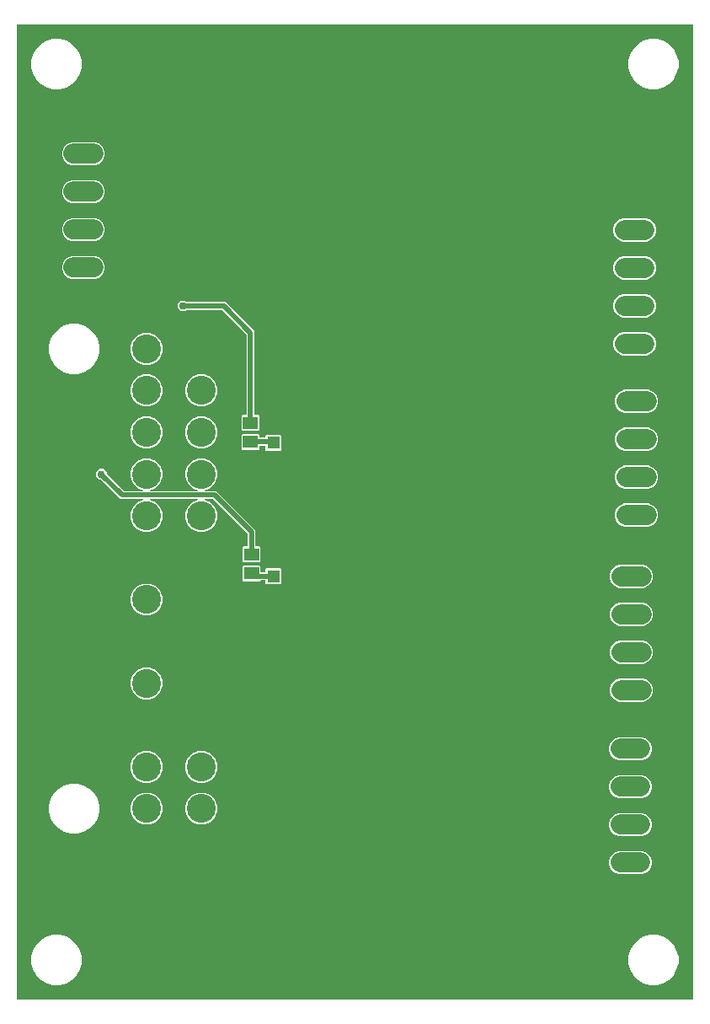
<source format=gbr>
G04 EAGLE Gerber RS-274X export*
G75*
%MOMM*%
%FSLAX34Y34*%
%LPD*%
%INTop Copper*%
%IPPOS*%
%AMOC8*
5,1,8,0,0,1.08239X$1,22.5*%
G01*
%ADD10C,2.900000*%
%ADD11R,1.300000X1.300000*%
%ADD12R,1.500000X1.300000*%
%ADD13C,2.000000*%
%ADD14C,0.756400*%
%ADD15C,0.508000*%

G36*
X689348Y10162D02*
X689348Y10162D01*
X689357Y10161D01*
X689445Y10182D01*
X689535Y10200D01*
X689542Y10205D01*
X689550Y10207D01*
X689623Y10261D01*
X689699Y10313D01*
X689703Y10320D01*
X689710Y10325D01*
X689757Y10403D01*
X689806Y10480D01*
X689807Y10489D01*
X689812Y10496D01*
X689839Y10660D01*
X689839Y989340D01*
X689838Y989348D01*
X689839Y989357D01*
X689818Y989445D01*
X689800Y989535D01*
X689795Y989542D01*
X689793Y989550D01*
X689739Y989623D01*
X689687Y989699D01*
X689680Y989703D01*
X689675Y989710D01*
X689597Y989757D01*
X689520Y989806D01*
X689511Y989807D01*
X689504Y989812D01*
X689340Y989839D01*
X10660Y989839D01*
X10652Y989838D01*
X10643Y989839D01*
X10555Y989818D01*
X10465Y989800D01*
X10458Y989795D01*
X10450Y989793D01*
X10377Y989739D01*
X10301Y989687D01*
X10297Y989680D01*
X10290Y989675D01*
X10243Y989597D01*
X10194Y989520D01*
X10193Y989511D01*
X10188Y989504D01*
X10161Y989340D01*
X10161Y10660D01*
X10162Y10652D01*
X10161Y10643D01*
X10182Y10555D01*
X10200Y10465D01*
X10205Y10458D01*
X10207Y10450D01*
X10261Y10377D01*
X10313Y10301D01*
X10320Y10297D01*
X10325Y10290D01*
X10403Y10243D01*
X10480Y10194D01*
X10489Y10193D01*
X10496Y10188D01*
X10660Y10161D01*
X689340Y10161D01*
X689348Y10162D01*
G37*
%LPC*%
G36*
X237868Y449475D02*
X237868Y449475D01*
X236975Y450368D01*
X236975Y464632D01*
X237868Y465525D01*
X241436Y465525D01*
X241444Y465526D01*
X241453Y465525D01*
X241541Y465546D01*
X241631Y465564D01*
X241638Y465569D01*
X241646Y465571D01*
X241719Y465625D01*
X241795Y465677D01*
X241799Y465684D01*
X241806Y465689D01*
X241853Y465767D01*
X241902Y465844D01*
X241903Y465853D01*
X241908Y465860D01*
X241935Y466024D01*
X241935Y478110D01*
X241933Y478122D01*
X241935Y478134D01*
X241913Y478219D01*
X241896Y478304D01*
X241889Y478315D01*
X241885Y478327D01*
X241789Y478463D01*
X207463Y512789D01*
X207452Y512796D01*
X207445Y512806D01*
X207370Y512851D01*
X207297Y512899D01*
X207284Y512901D01*
X207274Y512908D01*
X207110Y512935D01*
X199099Y512935D01*
X199097Y512935D01*
X199095Y512935D01*
X199001Y512915D01*
X198904Y512896D01*
X198903Y512894D01*
X198900Y512894D01*
X198820Y512838D01*
X198740Y512783D01*
X198739Y512781D01*
X198737Y512780D01*
X198685Y512697D01*
X198633Y512616D01*
X198633Y512613D01*
X198632Y512612D01*
X198616Y512516D01*
X198600Y512419D01*
X198601Y512417D01*
X198600Y512415D01*
X198624Y512321D01*
X198646Y512226D01*
X198647Y512224D01*
X198648Y512222D01*
X198707Y512143D01*
X198764Y512066D01*
X198766Y512065D01*
X198767Y512063D01*
X198908Y511975D01*
X204677Y509585D01*
X209185Y505077D01*
X211625Y499188D01*
X211625Y492812D01*
X209185Y486923D01*
X204677Y482415D01*
X198788Y479975D01*
X192412Y479975D01*
X186523Y482415D01*
X182015Y486923D01*
X179575Y492812D01*
X179575Y499188D01*
X182015Y505077D01*
X186523Y509585D01*
X192292Y511975D01*
X192294Y511976D01*
X192296Y511976D01*
X192376Y512031D01*
X192457Y512086D01*
X192458Y512088D01*
X192460Y512089D01*
X192512Y512170D01*
X192565Y512253D01*
X192566Y512255D01*
X192567Y512256D01*
X192583Y512352D01*
X192600Y512448D01*
X192599Y512450D01*
X192600Y512453D01*
X192578Y512546D01*
X192556Y512642D01*
X192554Y512644D01*
X192554Y512646D01*
X192497Y512723D01*
X192439Y512803D01*
X192437Y512804D01*
X192436Y512806D01*
X192353Y512855D01*
X192269Y512906D01*
X192267Y512906D01*
X192265Y512908D01*
X192101Y512935D01*
X144099Y512935D01*
X144097Y512935D01*
X144095Y512935D01*
X144001Y512915D01*
X143904Y512896D01*
X143903Y512894D01*
X143900Y512894D01*
X143820Y512838D01*
X143740Y512783D01*
X143739Y512781D01*
X143737Y512780D01*
X143685Y512697D01*
X143633Y512616D01*
X143633Y512613D01*
X143632Y512612D01*
X143616Y512516D01*
X143600Y512419D01*
X143601Y512417D01*
X143600Y512415D01*
X143624Y512321D01*
X143646Y512226D01*
X143647Y512224D01*
X143648Y512222D01*
X143707Y512143D01*
X143764Y512066D01*
X143766Y512065D01*
X143767Y512063D01*
X143908Y511975D01*
X149677Y509585D01*
X154185Y505077D01*
X156625Y499188D01*
X156625Y492812D01*
X154185Y486923D01*
X149677Y482415D01*
X143788Y479975D01*
X137412Y479975D01*
X131523Y482415D01*
X127015Y486923D01*
X124575Y492812D01*
X124575Y499188D01*
X127015Y505077D01*
X131523Y509585D01*
X137292Y511975D01*
X137294Y511976D01*
X137296Y511976D01*
X137376Y512031D01*
X137457Y512086D01*
X137458Y512088D01*
X137460Y512089D01*
X137512Y512170D01*
X137565Y512253D01*
X137566Y512255D01*
X137567Y512256D01*
X137583Y512352D01*
X137600Y512448D01*
X137599Y512450D01*
X137600Y512453D01*
X137578Y512546D01*
X137556Y512642D01*
X137554Y512644D01*
X137554Y512646D01*
X137497Y512723D01*
X137439Y512803D01*
X137437Y512804D01*
X137436Y512806D01*
X137353Y512855D01*
X137269Y512906D01*
X137267Y512906D01*
X137265Y512908D01*
X137101Y512935D01*
X114316Y512935D01*
X94705Y532547D01*
X94694Y532554D01*
X94687Y532564D01*
X94612Y532609D01*
X94539Y532657D01*
X94526Y532659D01*
X94516Y532666D01*
X94352Y532693D01*
X92802Y532693D01*
X89693Y535802D01*
X89693Y540198D01*
X92802Y543307D01*
X97198Y543307D01*
X100307Y540198D01*
X100307Y538648D01*
X100309Y538636D01*
X100307Y538624D01*
X100329Y538539D01*
X100346Y538454D01*
X100353Y538443D01*
X100357Y538431D01*
X100453Y538295D01*
X117537Y521211D01*
X117548Y521204D01*
X117555Y521194D01*
X117630Y521149D01*
X117703Y521101D01*
X117716Y521099D01*
X117726Y521092D01*
X117890Y521065D01*
X137101Y521065D01*
X137103Y521065D01*
X137105Y521065D01*
X137199Y521085D01*
X137296Y521104D01*
X137297Y521106D01*
X137300Y521106D01*
X137380Y521162D01*
X137460Y521217D01*
X137461Y521219D01*
X137463Y521220D01*
X137515Y521303D01*
X137567Y521384D01*
X137567Y521387D01*
X137568Y521388D01*
X137584Y521484D01*
X137600Y521581D01*
X137599Y521583D01*
X137600Y521585D01*
X137576Y521679D01*
X137554Y521774D01*
X137553Y521776D01*
X137552Y521778D01*
X137493Y521857D01*
X137436Y521934D01*
X137434Y521935D01*
X137433Y521937D01*
X137292Y522025D01*
X131523Y524415D01*
X127015Y528923D01*
X124575Y534812D01*
X124575Y541188D01*
X127015Y547077D01*
X131523Y551585D01*
X137412Y554025D01*
X143788Y554025D01*
X149677Y551585D01*
X154185Y547077D01*
X156625Y541188D01*
X156625Y534812D01*
X154185Y528923D01*
X149677Y524415D01*
X143908Y522025D01*
X143906Y522024D01*
X143904Y522024D01*
X143824Y521969D01*
X143743Y521914D01*
X143742Y521912D01*
X143740Y521911D01*
X143688Y521830D01*
X143635Y521747D01*
X143634Y521745D01*
X143633Y521744D01*
X143617Y521648D01*
X143600Y521552D01*
X143601Y521550D01*
X143600Y521547D01*
X143622Y521454D01*
X143644Y521358D01*
X143646Y521356D01*
X143646Y521354D01*
X143703Y521277D01*
X143761Y521197D01*
X143763Y521196D01*
X143764Y521194D01*
X143847Y521145D01*
X143931Y521094D01*
X143933Y521094D01*
X143935Y521092D01*
X144099Y521065D01*
X192101Y521065D01*
X192103Y521065D01*
X192105Y521065D01*
X192199Y521085D01*
X192296Y521104D01*
X192297Y521106D01*
X192300Y521106D01*
X192380Y521162D01*
X192460Y521217D01*
X192461Y521219D01*
X192463Y521220D01*
X192515Y521303D01*
X192567Y521384D01*
X192567Y521387D01*
X192568Y521388D01*
X192584Y521484D01*
X192600Y521581D01*
X192599Y521583D01*
X192600Y521585D01*
X192576Y521679D01*
X192554Y521774D01*
X192553Y521776D01*
X192552Y521778D01*
X192493Y521857D01*
X192436Y521934D01*
X192434Y521935D01*
X192433Y521937D01*
X192292Y522025D01*
X186523Y524415D01*
X182015Y528923D01*
X179575Y534812D01*
X179575Y541188D01*
X182015Y547077D01*
X186523Y551585D01*
X192412Y554025D01*
X198788Y554025D01*
X204677Y551585D01*
X209185Y547077D01*
X211625Y541188D01*
X211625Y534812D01*
X209185Y528923D01*
X204677Y524415D01*
X198908Y522025D01*
X198906Y522024D01*
X198904Y522024D01*
X198824Y521969D01*
X198743Y521914D01*
X198742Y521912D01*
X198740Y521911D01*
X198688Y521830D01*
X198635Y521747D01*
X198634Y521745D01*
X198633Y521744D01*
X198617Y521648D01*
X198600Y521552D01*
X198601Y521550D01*
X198600Y521547D01*
X198622Y521454D01*
X198644Y521358D01*
X198646Y521356D01*
X198646Y521354D01*
X198703Y521277D01*
X198761Y521197D01*
X198763Y521196D01*
X198764Y521194D01*
X198847Y521145D01*
X198931Y521094D01*
X198933Y521094D01*
X198935Y521092D01*
X199099Y521065D01*
X210684Y521065D01*
X250065Y481684D01*
X250065Y466024D01*
X250066Y466016D01*
X250065Y466007D01*
X250086Y465919D01*
X250104Y465829D01*
X250109Y465822D01*
X250111Y465814D01*
X250165Y465741D01*
X250217Y465665D01*
X250224Y465661D01*
X250229Y465654D01*
X250307Y465607D01*
X250384Y465558D01*
X250393Y465557D01*
X250400Y465552D01*
X250564Y465525D01*
X254132Y465525D01*
X255025Y464632D01*
X255025Y450368D01*
X254132Y449475D01*
X237868Y449475D01*
G37*
%LPD*%
%LPC*%
G36*
X646688Y924839D02*
X646688Y924839D01*
X640288Y926554D01*
X634551Y929866D01*
X629866Y934551D01*
X626554Y940288D01*
X624839Y946688D01*
X624839Y953312D01*
X626554Y959712D01*
X629866Y965449D01*
X634551Y970134D01*
X640288Y973446D01*
X646688Y975161D01*
X653312Y975161D01*
X659712Y973446D01*
X665449Y970134D01*
X670134Y965449D01*
X673446Y959712D01*
X675161Y953312D01*
X675161Y946688D01*
X673446Y940288D01*
X670134Y934551D01*
X665449Y929866D01*
X659712Y926554D01*
X653312Y924839D01*
X646688Y924839D01*
G37*
%LPD*%
%LPC*%
G36*
X46688Y924839D02*
X46688Y924839D01*
X40288Y926554D01*
X34551Y929866D01*
X29866Y934551D01*
X26554Y940288D01*
X24839Y946688D01*
X24839Y953312D01*
X26554Y959712D01*
X29866Y965449D01*
X34551Y970134D01*
X40288Y973446D01*
X46688Y975161D01*
X53312Y975161D01*
X59712Y973446D01*
X65449Y970134D01*
X70134Y965449D01*
X73446Y959712D01*
X75161Y953312D01*
X75161Y946688D01*
X73446Y940288D01*
X70134Y934551D01*
X65449Y929866D01*
X59712Y926554D01*
X53312Y924839D01*
X46688Y924839D01*
G37*
%LPD*%
%LPC*%
G36*
X64288Y176839D02*
X64288Y176839D01*
X57888Y178554D01*
X52151Y181866D01*
X47466Y186551D01*
X44154Y192288D01*
X42439Y198688D01*
X42439Y205312D01*
X44154Y211712D01*
X47466Y217449D01*
X52151Y222134D01*
X57888Y225446D01*
X64288Y227161D01*
X70912Y227161D01*
X77312Y225446D01*
X83049Y222134D01*
X87734Y217449D01*
X91046Y211712D01*
X92761Y205312D01*
X92761Y198688D01*
X91046Y192288D01*
X87734Y186551D01*
X83049Y181866D01*
X77312Y178554D01*
X70912Y176839D01*
X64288Y176839D01*
G37*
%LPD*%
%LPC*%
G36*
X646688Y24839D02*
X646688Y24839D01*
X640288Y26554D01*
X634551Y29866D01*
X629866Y34551D01*
X626554Y40288D01*
X624839Y46688D01*
X624839Y53312D01*
X626554Y59712D01*
X629866Y65449D01*
X634551Y70134D01*
X640288Y73446D01*
X646688Y75161D01*
X653312Y75161D01*
X659712Y73446D01*
X665449Y70134D01*
X670134Y65449D01*
X673446Y59712D01*
X675161Y53312D01*
X675161Y46688D01*
X673446Y40288D01*
X670134Y34551D01*
X665449Y29866D01*
X659712Y26554D01*
X653312Y24839D01*
X646688Y24839D01*
G37*
%LPD*%
%LPC*%
G36*
X64288Y638839D02*
X64288Y638839D01*
X57888Y640554D01*
X52151Y643866D01*
X47466Y648551D01*
X44154Y654288D01*
X42439Y660688D01*
X42439Y667312D01*
X44154Y673712D01*
X47466Y679449D01*
X52151Y684134D01*
X57888Y687446D01*
X64288Y689161D01*
X70912Y689161D01*
X77312Y687446D01*
X83049Y684134D01*
X87734Y679449D01*
X91046Y673712D01*
X92761Y667312D01*
X92761Y660688D01*
X91046Y654288D01*
X87734Y648551D01*
X83049Y643866D01*
X77312Y640554D01*
X70912Y638839D01*
X64288Y638839D01*
G37*
%LPD*%
%LPC*%
G36*
X46688Y24839D02*
X46688Y24839D01*
X40288Y26554D01*
X34551Y29866D01*
X29866Y34551D01*
X26554Y40288D01*
X24839Y46688D01*
X24839Y53312D01*
X26554Y59712D01*
X29866Y65449D01*
X34551Y70134D01*
X40288Y73446D01*
X46688Y75161D01*
X53312Y75161D01*
X59712Y73446D01*
X65449Y70134D01*
X70134Y65449D01*
X73446Y59712D01*
X75161Y53312D01*
X75161Y46688D01*
X73446Y40288D01*
X70134Y34551D01*
X65449Y29866D01*
X59712Y26554D01*
X53312Y24839D01*
X46688Y24839D01*
G37*
%LPD*%
%LPC*%
G36*
X236868Y581475D02*
X236868Y581475D01*
X235975Y582368D01*
X235975Y596632D01*
X236868Y597525D01*
X240436Y597525D01*
X240444Y597526D01*
X240453Y597525D01*
X240541Y597546D01*
X240631Y597564D01*
X240638Y597569D01*
X240646Y597571D01*
X240719Y597625D01*
X240795Y597677D01*
X240799Y597684D01*
X240806Y597689D01*
X240853Y597767D01*
X240902Y597844D01*
X240903Y597853D01*
X240908Y597860D01*
X240935Y598024D01*
X240935Y678110D01*
X240933Y678122D01*
X240935Y678134D01*
X240913Y678219D01*
X240896Y678304D01*
X240889Y678315D01*
X240885Y678327D01*
X240789Y678463D01*
X216463Y702789D01*
X216452Y702796D01*
X216445Y702806D01*
X216370Y702851D01*
X216297Y702899D01*
X216284Y702901D01*
X216274Y702908D01*
X216110Y702935D01*
X180647Y702935D01*
X180635Y702933D01*
X180622Y702935D01*
X180538Y702913D01*
X180452Y702896D01*
X180442Y702889D01*
X180429Y702885D01*
X180294Y702789D01*
X179198Y701693D01*
X174802Y701693D01*
X171693Y704802D01*
X171693Y709198D01*
X174802Y712307D01*
X179198Y712307D01*
X180294Y711211D01*
X180304Y711204D01*
X180312Y711194D01*
X180387Y711149D01*
X180460Y711101D01*
X180472Y711099D01*
X180483Y711092D01*
X180647Y711065D01*
X219684Y711065D01*
X249065Y681684D01*
X249065Y598024D01*
X249066Y598016D01*
X249065Y598007D01*
X249086Y597919D01*
X249104Y597829D01*
X249109Y597822D01*
X249111Y597814D01*
X249165Y597741D01*
X249217Y597665D01*
X249224Y597661D01*
X249229Y597654D01*
X249307Y597607D01*
X249384Y597558D01*
X249393Y597557D01*
X249400Y597552D01*
X249564Y597525D01*
X253132Y597525D01*
X254025Y596632D01*
X254025Y582368D01*
X253132Y581475D01*
X236868Y581475D01*
G37*
%LPD*%
%LPC*%
G36*
X64708Y848475D02*
X64708Y848475D01*
X60472Y850230D01*
X57230Y853472D01*
X55475Y857708D01*
X55475Y862292D01*
X57230Y866528D01*
X60472Y869770D01*
X64708Y871525D01*
X89292Y871525D01*
X93528Y869770D01*
X96770Y866528D01*
X98525Y862292D01*
X98525Y857708D01*
X96770Y853472D01*
X93528Y850230D01*
X89292Y848475D01*
X64708Y848475D01*
G37*
%LPD*%
%LPC*%
G36*
X64708Y810375D02*
X64708Y810375D01*
X60472Y812130D01*
X57230Y815372D01*
X55475Y819608D01*
X55475Y824192D01*
X57230Y828428D01*
X60472Y831670D01*
X64708Y833425D01*
X89292Y833425D01*
X93528Y831670D01*
X96770Y828428D01*
X98525Y824192D01*
X98525Y819608D01*
X96770Y815372D01*
X93528Y812130D01*
X89292Y810375D01*
X64708Y810375D01*
G37*
%LPD*%
%LPC*%
G36*
X618708Y771775D02*
X618708Y771775D01*
X614472Y773530D01*
X611230Y776772D01*
X609475Y781008D01*
X609475Y785592D01*
X611230Y789828D01*
X614472Y793070D01*
X618708Y794825D01*
X643292Y794825D01*
X647528Y793070D01*
X650770Y789828D01*
X652525Y785592D01*
X652525Y781008D01*
X650770Y776772D01*
X647528Y773530D01*
X643292Y771775D01*
X618708Y771775D01*
G37*
%LPD*%
%LPC*%
G36*
X64708Y734175D02*
X64708Y734175D01*
X60472Y735930D01*
X57230Y739172D01*
X55475Y743408D01*
X55475Y747992D01*
X57230Y752228D01*
X60472Y755470D01*
X64708Y757225D01*
X89292Y757225D01*
X93528Y755470D01*
X96770Y752228D01*
X98525Y747992D01*
X98525Y743408D01*
X96770Y739172D01*
X93528Y735930D01*
X89292Y734175D01*
X64708Y734175D01*
G37*
%LPD*%
%LPC*%
G36*
X618708Y733675D02*
X618708Y733675D01*
X614472Y735430D01*
X611230Y738672D01*
X609475Y742908D01*
X609475Y747492D01*
X611230Y751728D01*
X614472Y754970D01*
X618708Y756725D01*
X643292Y756725D01*
X647528Y754970D01*
X650770Y751728D01*
X652525Y747492D01*
X652525Y742908D01*
X650770Y738672D01*
X647528Y735430D01*
X643292Y733675D01*
X618708Y733675D01*
G37*
%LPD*%
%LPC*%
G36*
X618708Y695575D02*
X618708Y695575D01*
X614472Y697330D01*
X611230Y700572D01*
X609475Y704808D01*
X609475Y709392D01*
X611230Y713628D01*
X614472Y716870D01*
X618708Y718625D01*
X643292Y718625D01*
X647528Y716870D01*
X650770Y713628D01*
X652525Y709392D01*
X652525Y704808D01*
X650770Y700572D01*
X647528Y697330D01*
X643292Y695575D01*
X618708Y695575D01*
G37*
%LPD*%
%LPC*%
G36*
X64708Y772275D02*
X64708Y772275D01*
X60472Y774030D01*
X57230Y777272D01*
X55475Y781508D01*
X55475Y786092D01*
X57230Y790328D01*
X60472Y793570D01*
X64708Y795325D01*
X89292Y795325D01*
X93528Y793570D01*
X96770Y790328D01*
X98525Y786092D01*
X98525Y781508D01*
X96770Y777272D01*
X93528Y774030D01*
X89292Y772275D01*
X64708Y772275D01*
G37*
%LPD*%
%LPC*%
G36*
X618708Y657475D02*
X618708Y657475D01*
X614472Y659230D01*
X611230Y662472D01*
X609475Y666708D01*
X609475Y671292D01*
X611230Y675528D01*
X614472Y678770D01*
X618708Y680525D01*
X643292Y680525D01*
X647528Y678770D01*
X650770Y675528D01*
X652525Y671292D01*
X652525Y666708D01*
X650770Y662472D01*
X647528Y659230D01*
X643292Y657475D01*
X618708Y657475D01*
G37*
%LPD*%
%LPC*%
G36*
X614708Y250775D02*
X614708Y250775D01*
X610472Y252530D01*
X607230Y255772D01*
X605475Y260008D01*
X605475Y264592D01*
X607230Y268828D01*
X610472Y272070D01*
X614708Y273825D01*
X639292Y273825D01*
X643528Y272070D01*
X646770Y268828D01*
X648525Y264592D01*
X648525Y260008D01*
X646770Y255772D01*
X643528Y252530D01*
X639292Y250775D01*
X614708Y250775D01*
G37*
%LPD*%
%LPC*%
G36*
X614708Y174575D02*
X614708Y174575D01*
X610472Y176330D01*
X607230Y179572D01*
X605475Y183808D01*
X605475Y188392D01*
X607230Y192628D01*
X610472Y195870D01*
X614708Y197625D01*
X639292Y197625D01*
X643528Y195870D01*
X646770Y192628D01*
X648525Y188392D01*
X648525Y183808D01*
X646770Y179572D01*
X643528Y176330D01*
X639292Y174575D01*
X614708Y174575D01*
G37*
%LPD*%
%LPC*%
G36*
X614708Y136475D02*
X614708Y136475D01*
X610472Y138230D01*
X607230Y141472D01*
X605475Y145708D01*
X605475Y150292D01*
X607230Y154528D01*
X610472Y157770D01*
X614708Y159525D01*
X639292Y159525D01*
X643528Y157770D01*
X646770Y154528D01*
X648525Y150292D01*
X648525Y145708D01*
X646770Y141472D01*
X643528Y138230D01*
X639292Y136475D01*
X614708Y136475D01*
G37*
%LPD*%
%LPC*%
G36*
X620708Y561675D02*
X620708Y561675D01*
X616472Y563430D01*
X613230Y566672D01*
X611475Y570908D01*
X611475Y575492D01*
X613230Y579728D01*
X616472Y582970D01*
X620708Y584725D01*
X645292Y584725D01*
X649528Y582970D01*
X652770Y579728D01*
X654525Y575492D01*
X654525Y570908D01*
X652770Y566672D01*
X649528Y563430D01*
X645292Y561675D01*
X620708Y561675D01*
G37*
%LPD*%
%LPC*%
G36*
X620708Y599775D02*
X620708Y599775D01*
X616472Y601530D01*
X613230Y604772D01*
X611475Y609008D01*
X611475Y613592D01*
X613230Y617828D01*
X616472Y621070D01*
X620708Y622825D01*
X645292Y622825D01*
X649528Y621070D01*
X652770Y617828D01*
X654525Y613592D01*
X654525Y609008D01*
X652770Y604772D01*
X649528Y601530D01*
X645292Y599775D01*
X620708Y599775D01*
G37*
%LPD*%
%LPC*%
G36*
X620708Y523575D02*
X620708Y523575D01*
X616472Y525330D01*
X613230Y528572D01*
X611475Y532808D01*
X611475Y537392D01*
X613230Y541628D01*
X616472Y544870D01*
X620708Y546625D01*
X645292Y546625D01*
X649528Y544870D01*
X652770Y541628D01*
X654525Y537392D01*
X654525Y532808D01*
X652770Y528572D01*
X649528Y525330D01*
X645292Y523575D01*
X620708Y523575D01*
G37*
%LPD*%
%LPC*%
G36*
X620708Y485475D02*
X620708Y485475D01*
X616472Y487230D01*
X613230Y490472D01*
X611475Y494708D01*
X611475Y499292D01*
X613230Y503528D01*
X616472Y506770D01*
X620708Y508525D01*
X645292Y508525D01*
X649528Y506770D01*
X652770Y503528D01*
X654525Y499292D01*
X654525Y494708D01*
X652770Y490472D01*
X649528Y487230D01*
X645292Y485475D01*
X620708Y485475D01*
G37*
%LPD*%
%LPC*%
G36*
X615708Y423775D02*
X615708Y423775D01*
X611472Y425530D01*
X608230Y428772D01*
X606475Y433008D01*
X606475Y437592D01*
X608230Y441828D01*
X611472Y445070D01*
X615708Y446825D01*
X640292Y446825D01*
X644528Y445070D01*
X647770Y441828D01*
X649525Y437592D01*
X649525Y433008D01*
X647770Y428772D01*
X644528Y425530D01*
X640292Y423775D01*
X615708Y423775D01*
G37*
%LPD*%
%LPC*%
G36*
X615708Y385675D02*
X615708Y385675D01*
X611472Y387430D01*
X608230Y390672D01*
X606475Y394908D01*
X606475Y399492D01*
X608230Y403728D01*
X611472Y406970D01*
X615708Y408725D01*
X640292Y408725D01*
X644528Y406970D01*
X647770Y403728D01*
X649525Y399492D01*
X649525Y394908D01*
X647770Y390672D01*
X644528Y387430D01*
X640292Y385675D01*
X615708Y385675D01*
G37*
%LPD*%
%LPC*%
G36*
X615708Y347575D02*
X615708Y347575D01*
X611472Y349330D01*
X608230Y352572D01*
X606475Y356808D01*
X606475Y361392D01*
X608230Y365628D01*
X611472Y368870D01*
X615708Y370625D01*
X640292Y370625D01*
X644528Y368870D01*
X647770Y365628D01*
X649525Y361392D01*
X649525Y356808D01*
X647770Y352572D01*
X644528Y349330D01*
X640292Y347575D01*
X615708Y347575D01*
G37*
%LPD*%
%LPC*%
G36*
X615708Y309475D02*
X615708Y309475D01*
X611472Y311230D01*
X608230Y314472D01*
X606475Y318708D01*
X606475Y323292D01*
X608230Y327528D01*
X611472Y330770D01*
X615708Y332525D01*
X640292Y332525D01*
X644528Y330770D01*
X647770Y327528D01*
X649525Y323292D01*
X649525Y318708D01*
X647770Y314472D01*
X644528Y311230D01*
X640292Y309475D01*
X615708Y309475D01*
G37*
%LPD*%
%LPC*%
G36*
X614708Y212675D02*
X614708Y212675D01*
X610472Y214430D01*
X607230Y217672D01*
X605475Y221908D01*
X605475Y226492D01*
X607230Y230728D01*
X610472Y233970D01*
X614708Y235725D01*
X639292Y235725D01*
X643528Y233970D01*
X646770Y230728D01*
X648525Y226492D01*
X648525Y221908D01*
X646770Y217672D01*
X643528Y214430D01*
X639292Y212675D01*
X614708Y212675D01*
G37*
%LPD*%
%LPC*%
G36*
X137412Y647975D02*
X137412Y647975D01*
X131523Y650415D01*
X127015Y654923D01*
X124575Y660812D01*
X124575Y667188D01*
X127015Y673077D01*
X131523Y677585D01*
X137412Y680025D01*
X143788Y680025D01*
X149677Y677585D01*
X154185Y673077D01*
X156625Y667188D01*
X156625Y660812D01*
X154185Y654923D01*
X149677Y650415D01*
X143788Y647975D01*
X137412Y647975D01*
G37*
%LPD*%
%LPC*%
G36*
X192412Y605975D02*
X192412Y605975D01*
X186523Y608415D01*
X182015Y612923D01*
X179575Y618812D01*
X179575Y625188D01*
X182015Y631077D01*
X186523Y635585D01*
X192412Y638025D01*
X198788Y638025D01*
X204677Y635585D01*
X209185Y631077D01*
X211625Y625188D01*
X211625Y618812D01*
X209185Y612923D01*
X204677Y608415D01*
X198788Y605975D01*
X192412Y605975D01*
G37*
%LPD*%
%LPC*%
G36*
X137412Y605975D02*
X137412Y605975D01*
X131523Y608415D01*
X127015Y612923D01*
X124575Y618812D01*
X124575Y625188D01*
X127015Y631077D01*
X131523Y635585D01*
X137412Y638025D01*
X143788Y638025D01*
X149677Y635585D01*
X154185Y631077D01*
X156625Y625188D01*
X156625Y618812D01*
X154185Y612923D01*
X149677Y608415D01*
X143788Y605975D01*
X137412Y605975D01*
G37*
%LPD*%
%LPC*%
G36*
X192412Y227975D02*
X192412Y227975D01*
X186523Y230415D01*
X182015Y234923D01*
X179575Y240812D01*
X179575Y247188D01*
X182015Y253077D01*
X186523Y257585D01*
X192412Y260025D01*
X198788Y260025D01*
X204677Y257585D01*
X209185Y253077D01*
X211625Y247188D01*
X211625Y240812D01*
X209185Y234923D01*
X204677Y230415D01*
X198788Y227975D01*
X192412Y227975D01*
G37*
%LPD*%
%LPC*%
G36*
X137412Y227975D02*
X137412Y227975D01*
X131523Y230415D01*
X127015Y234923D01*
X124575Y240812D01*
X124575Y247188D01*
X127015Y253077D01*
X131523Y257585D01*
X137412Y260025D01*
X143788Y260025D01*
X149677Y257585D01*
X154185Y253077D01*
X156625Y247188D01*
X156625Y240812D01*
X154185Y234923D01*
X149677Y230415D01*
X143788Y227975D01*
X137412Y227975D01*
G37*
%LPD*%
%LPC*%
G36*
X137412Y395975D02*
X137412Y395975D01*
X131523Y398415D01*
X127015Y402923D01*
X124575Y408812D01*
X124575Y415188D01*
X127015Y421077D01*
X131523Y425585D01*
X137412Y428025D01*
X143788Y428025D01*
X149677Y425585D01*
X154185Y421077D01*
X156625Y415188D01*
X156625Y408812D01*
X154185Y402923D01*
X149677Y398415D01*
X143788Y395975D01*
X137412Y395975D01*
G37*
%LPD*%
%LPC*%
G36*
X137412Y563975D02*
X137412Y563975D01*
X131523Y566415D01*
X127015Y570923D01*
X124575Y576812D01*
X124575Y583188D01*
X127015Y589077D01*
X131523Y593585D01*
X137412Y596025D01*
X143788Y596025D01*
X149677Y593585D01*
X154185Y589077D01*
X156625Y583188D01*
X156625Y576812D01*
X154185Y570923D01*
X149677Y566415D01*
X143788Y563975D01*
X137412Y563975D01*
G37*
%LPD*%
%LPC*%
G36*
X137412Y311975D02*
X137412Y311975D01*
X131523Y314415D01*
X127015Y318923D01*
X124575Y324812D01*
X124575Y331188D01*
X127015Y337077D01*
X131523Y341585D01*
X137412Y344025D01*
X143788Y344025D01*
X149677Y341585D01*
X154185Y337077D01*
X156625Y331188D01*
X156625Y324812D01*
X154185Y318923D01*
X149677Y314415D01*
X143788Y311975D01*
X137412Y311975D01*
G37*
%LPD*%
%LPC*%
G36*
X137412Y185975D02*
X137412Y185975D01*
X131523Y188415D01*
X127015Y192923D01*
X124575Y198812D01*
X124575Y205188D01*
X127015Y211077D01*
X131523Y215585D01*
X137412Y218025D01*
X143788Y218025D01*
X149677Y215585D01*
X154185Y211077D01*
X156625Y205188D01*
X156625Y198812D01*
X154185Y192923D01*
X149677Y188415D01*
X143788Y185975D01*
X137412Y185975D01*
G37*
%LPD*%
%LPC*%
G36*
X192412Y563975D02*
X192412Y563975D01*
X186523Y566415D01*
X182015Y570923D01*
X179575Y576812D01*
X179575Y583188D01*
X182015Y589077D01*
X186523Y593585D01*
X192412Y596025D01*
X198788Y596025D01*
X204677Y593585D01*
X209185Y589077D01*
X211625Y583188D01*
X211625Y576812D01*
X209185Y570923D01*
X204677Y566415D01*
X198788Y563975D01*
X192412Y563975D01*
G37*
%LPD*%
%LPC*%
G36*
X192412Y185975D02*
X192412Y185975D01*
X186523Y188415D01*
X182015Y192923D01*
X179575Y198812D01*
X179575Y205188D01*
X182015Y211077D01*
X186523Y215585D01*
X192412Y218025D01*
X198788Y218025D01*
X204677Y215585D01*
X209185Y211077D01*
X211625Y205188D01*
X211625Y198812D01*
X209185Y192923D01*
X204677Y188415D01*
X198788Y185975D01*
X192412Y185975D01*
G37*
%LPD*%
%LPC*%
G36*
X260868Y561475D02*
X260868Y561475D01*
X259975Y562368D01*
X259975Y565936D01*
X259974Y565944D01*
X259975Y565953D01*
X259954Y566041D01*
X259936Y566131D01*
X259931Y566138D01*
X259929Y566146D01*
X259875Y566219D01*
X259823Y566295D01*
X259816Y566299D01*
X259811Y566306D01*
X259733Y566353D01*
X259656Y566402D01*
X259647Y566403D01*
X259640Y566408D01*
X259476Y566435D01*
X254524Y566435D01*
X254516Y566434D01*
X254507Y566435D01*
X254419Y566414D01*
X254329Y566396D01*
X254322Y566391D01*
X254314Y566389D01*
X254241Y566335D01*
X254165Y566283D01*
X254161Y566276D01*
X254154Y566271D01*
X254107Y566193D01*
X254058Y566116D01*
X254057Y566107D01*
X254052Y566100D01*
X254025Y565936D01*
X254025Y563368D01*
X253132Y562475D01*
X236868Y562475D01*
X235975Y563368D01*
X235975Y577632D01*
X236868Y578525D01*
X253132Y578525D01*
X254025Y577632D01*
X254025Y575064D01*
X254026Y575056D01*
X254025Y575047D01*
X254046Y574959D01*
X254064Y574869D01*
X254069Y574862D01*
X254071Y574854D01*
X254125Y574781D01*
X254177Y574705D01*
X254184Y574701D01*
X254189Y574694D01*
X254267Y574647D01*
X254344Y574598D01*
X254353Y574597D01*
X254360Y574592D01*
X254524Y574565D01*
X259476Y574565D01*
X259484Y574566D01*
X259493Y574565D01*
X259581Y574586D01*
X259671Y574604D01*
X259678Y574609D01*
X259686Y574611D01*
X259759Y574665D01*
X259835Y574717D01*
X259839Y574724D01*
X259846Y574729D01*
X259893Y574807D01*
X259942Y574884D01*
X259943Y574893D01*
X259948Y574900D01*
X259975Y575064D01*
X259975Y576632D01*
X260868Y577525D01*
X275132Y577525D01*
X276025Y576632D01*
X276025Y562368D01*
X275132Y561475D01*
X260868Y561475D01*
G37*
%LPD*%
%LPC*%
G36*
X260868Y427475D02*
X260868Y427475D01*
X259975Y428368D01*
X259975Y430936D01*
X259974Y430944D01*
X259975Y430953D01*
X259954Y431041D01*
X259936Y431131D01*
X259931Y431138D01*
X259929Y431146D01*
X259875Y431219D01*
X259823Y431295D01*
X259816Y431299D01*
X259811Y431306D01*
X259733Y431353D01*
X259656Y431402D01*
X259647Y431403D01*
X259640Y431408D01*
X259476Y431435D01*
X255298Y431435D01*
X255286Y431433D01*
X255274Y431435D01*
X255189Y431413D01*
X255103Y431396D01*
X255093Y431389D01*
X255081Y431385D01*
X254945Y431289D01*
X254132Y430475D01*
X237868Y430475D01*
X236975Y431368D01*
X236975Y445632D01*
X237868Y446525D01*
X254132Y446525D01*
X255025Y445632D01*
X255025Y440064D01*
X255026Y440056D01*
X255025Y440047D01*
X255046Y439959D01*
X255064Y439869D01*
X255069Y439862D01*
X255071Y439854D01*
X255125Y439781D01*
X255177Y439705D01*
X255184Y439701D01*
X255189Y439694D01*
X255267Y439647D01*
X255344Y439598D01*
X255353Y439597D01*
X255360Y439592D01*
X255524Y439565D01*
X259476Y439565D01*
X259484Y439566D01*
X259493Y439565D01*
X259581Y439586D01*
X259671Y439604D01*
X259678Y439609D01*
X259686Y439611D01*
X259759Y439665D01*
X259835Y439717D01*
X259839Y439724D01*
X259846Y439729D01*
X259893Y439807D01*
X259942Y439884D01*
X259943Y439893D01*
X259948Y439900D01*
X259975Y440064D01*
X259975Y442632D01*
X260868Y443525D01*
X275132Y443525D01*
X276025Y442632D01*
X276025Y428368D01*
X275132Y427475D01*
X260868Y427475D01*
G37*
%LPD*%
D10*
X140600Y202000D03*
X140600Y244000D03*
X140600Y286000D03*
X140600Y328000D03*
X140600Y370000D03*
X140600Y412000D03*
X140600Y454000D03*
X140600Y496000D03*
X140600Y538000D03*
X140600Y580000D03*
X140600Y622000D03*
X140600Y664000D03*
X195600Y202000D03*
X195600Y244000D03*
X195600Y286000D03*
X195600Y328000D03*
X195600Y370000D03*
X195600Y412000D03*
X195600Y454000D03*
X195600Y496000D03*
X195600Y538000D03*
X195600Y580000D03*
X195600Y622000D03*
X195600Y664000D03*
D11*
X268000Y456500D03*
X268000Y435500D03*
X268000Y590500D03*
X268000Y569500D03*
D12*
X245000Y570500D03*
X245000Y589500D03*
X246000Y438500D03*
X246000Y457500D03*
D13*
X111000Y84000D02*
X111000Y64000D01*
X149100Y64000D02*
X149100Y84000D01*
X187200Y84000D02*
X187200Y64000D01*
X225300Y64000D02*
X225300Y84000D01*
X617000Y148000D02*
X637000Y148000D01*
X637000Y186100D02*
X617000Y186100D01*
X617000Y224200D02*
X637000Y224200D01*
X637000Y262300D02*
X617000Y262300D01*
X623000Y497000D02*
X643000Y497000D01*
X643000Y535100D02*
X623000Y535100D01*
X623000Y573200D02*
X643000Y573200D01*
X643000Y611300D02*
X623000Y611300D01*
X618000Y321000D02*
X638000Y321000D01*
X638000Y359100D02*
X618000Y359100D01*
X618000Y397200D02*
X638000Y397200D01*
X638000Y435300D02*
X618000Y435300D01*
X621000Y669000D02*
X641000Y669000D01*
X641000Y707100D02*
X621000Y707100D01*
X621000Y745200D02*
X641000Y745200D01*
X641000Y783300D02*
X621000Y783300D01*
X289000Y84000D02*
X289000Y64000D01*
X327100Y64000D02*
X327100Y84000D01*
X365200Y84000D02*
X365200Y64000D01*
X403300Y64000D02*
X403300Y84000D01*
X462000Y85000D02*
X462000Y65000D01*
X500100Y65000D02*
X500100Y85000D01*
X538200Y85000D02*
X538200Y65000D01*
X576300Y65000D02*
X576300Y85000D01*
X87000Y860000D02*
X67000Y860000D01*
X67000Y821900D02*
X87000Y821900D01*
X87000Y783800D02*
X67000Y783800D01*
X67000Y745700D02*
X87000Y745700D01*
D14*
X488000Y111000D03*
X134000Y105000D03*
X263000Y297000D03*
X65000Y304000D03*
X267000Y388000D03*
X85000Y395000D03*
X200000Y829000D03*
X277000Y831000D03*
X177000Y707000D03*
D15*
X218000Y707000D01*
X245000Y680000D02*
X245000Y589500D01*
X245000Y680000D02*
X218000Y707000D01*
D14*
X95000Y538000D03*
D15*
X116000Y517000D01*
X209000Y517000D01*
X246000Y480000D01*
X246000Y457500D01*
X246000Y438500D02*
X247975Y435500D01*
X268000Y435500D01*
X268231Y569995D02*
X267155Y570500D01*
X245000Y570500D01*
X268104Y569604D02*
X268231Y569995D01*
X268104Y569604D02*
X268000Y569500D01*
M02*

</source>
